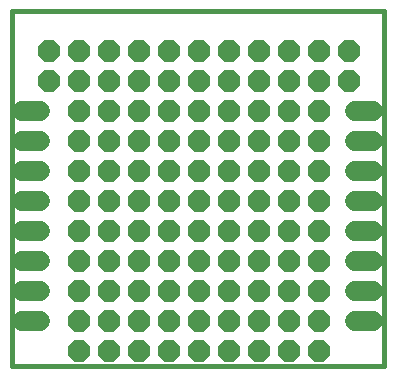
<source format=gbs>
G75*
%MOIN*%
%OFA0B0*%
%FSLAX25Y25*%
%IPPOS*%
%LPD*%
%AMOC8*
5,1,8,0,0,1.08239X$1,22.5*
%
%ADD10C,0.01600*%
%ADD11C,0.06800*%
%ADD12OC8,0.07100*%
D10*
X0008250Y0001800D02*
X0008250Y0119910D01*
X0132266Y0119910D01*
X0132266Y0001800D01*
X0008250Y0001800D01*
D11*
X0011500Y0016800D02*
X0017500Y0016800D01*
X0017500Y0026800D02*
X0011500Y0026800D01*
X0011500Y0036800D02*
X0017500Y0036800D01*
X0017500Y0046800D02*
X0011500Y0046800D01*
X0011500Y0056800D02*
X0017500Y0056800D01*
X0017500Y0066800D02*
X0011500Y0066800D01*
X0011500Y0076800D02*
X0017500Y0076800D01*
X0017500Y0086800D02*
X0011500Y0086800D01*
X0122750Y0086800D02*
X0128750Y0086800D01*
X0128750Y0076800D02*
X0122750Y0076800D01*
X0122750Y0066800D02*
X0128750Y0066800D01*
X0128750Y0056800D02*
X0122750Y0056800D01*
X0122750Y0046800D02*
X0128750Y0046800D01*
X0128750Y0036800D02*
X0122750Y0036800D01*
X0122750Y0026800D02*
X0128750Y0026800D01*
X0128750Y0016800D02*
X0122750Y0016800D01*
D12*
X0110750Y0016800D03*
X0100750Y0016800D03*
X0100750Y0006800D03*
X0110750Y0006800D03*
X0090750Y0006800D03*
X0080750Y0006800D03*
X0070750Y0006800D03*
X0060750Y0006800D03*
X0050750Y0006800D03*
X0040750Y0006800D03*
X0040750Y0016800D03*
X0050750Y0016800D03*
X0060750Y0016800D03*
X0070750Y0016800D03*
X0080750Y0016800D03*
X0090750Y0016800D03*
X0090750Y0026800D03*
X0080750Y0026800D03*
X0070750Y0026800D03*
X0060750Y0026800D03*
X0050750Y0026800D03*
X0040750Y0026800D03*
X0040750Y0036800D03*
X0050750Y0036800D03*
X0060750Y0036800D03*
X0070750Y0036800D03*
X0080750Y0036800D03*
X0090750Y0036800D03*
X0090750Y0046800D03*
X0080750Y0046800D03*
X0070750Y0046800D03*
X0060750Y0046800D03*
X0050750Y0046800D03*
X0040750Y0046800D03*
X0040750Y0056800D03*
X0050750Y0056800D03*
X0060750Y0056800D03*
X0070750Y0056800D03*
X0080750Y0056800D03*
X0090750Y0056800D03*
X0090750Y0066800D03*
X0080750Y0066800D03*
X0070750Y0066800D03*
X0060750Y0066800D03*
X0050750Y0066800D03*
X0040750Y0066800D03*
X0030750Y0066800D03*
X0030750Y0056800D03*
X0030750Y0046800D03*
X0030750Y0036800D03*
X0030750Y0026800D03*
X0030750Y0016800D03*
X0030750Y0006800D03*
X0100750Y0026800D03*
X0110750Y0026800D03*
X0110750Y0036800D03*
X0100750Y0036800D03*
X0100750Y0046800D03*
X0110750Y0046800D03*
X0110750Y0056800D03*
X0100750Y0056800D03*
X0100750Y0066800D03*
X0110750Y0066800D03*
X0110750Y0076800D03*
X0100750Y0076800D03*
X0100750Y0086800D03*
X0110750Y0086800D03*
X0110750Y0096800D03*
X0100750Y0096800D03*
X0100750Y0106800D03*
X0110750Y0106800D03*
X0120750Y0106800D03*
X0120750Y0096800D03*
X0090750Y0096800D03*
X0080750Y0096800D03*
X0070750Y0096800D03*
X0060750Y0096800D03*
X0050750Y0096800D03*
X0040750Y0096800D03*
X0040750Y0086800D03*
X0050750Y0086800D03*
X0060750Y0086800D03*
X0070750Y0086800D03*
X0080750Y0086800D03*
X0090750Y0086800D03*
X0090750Y0076800D03*
X0080750Y0076800D03*
X0070750Y0076800D03*
X0060750Y0076800D03*
X0050750Y0076800D03*
X0040750Y0076800D03*
X0030750Y0076800D03*
X0030750Y0086800D03*
X0030750Y0096800D03*
X0020750Y0096800D03*
X0020750Y0106800D03*
X0030750Y0106800D03*
X0040750Y0106800D03*
X0050750Y0106800D03*
X0060750Y0106800D03*
X0070750Y0106800D03*
X0080750Y0106800D03*
X0090750Y0106800D03*
M02*

</source>
